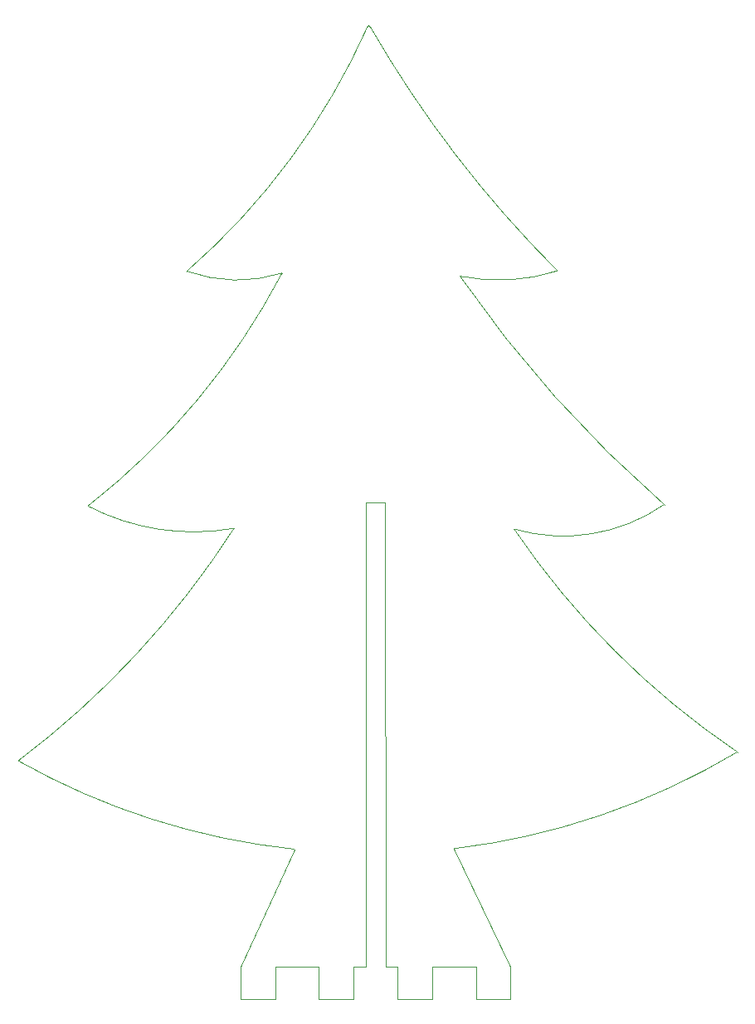
<source format=gbr>
%TF.GenerationSoftware,KiCad,Pcbnew,(5.1.6)-1*%
%TF.CreationDate,2021-10-19T11:47:46+02:00*%
%TF.ProjectId,_autosave-BaumOben,5f617574-6f73-4617-9665-2d4261756d4f,rev?*%
%TF.SameCoordinates,Original*%
%TF.FileFunction,Profile,NP*%
%FSLAX46Y46*%
G04 Gerber Fmt 4.6, Leading zero omitted, Abs format (unit mm)*
G04 Created by KiCad (PCBNEW (5.1.6)-1) date 2021-10-19 11:47:46*
%MOMM*%
%LPD*%
G01*
G04 APERTURE LIST*
%TA.AperFunction,Profile*%
%ADD10C,0.050000*%
%TD*%
G04 APERTURE END LIST*
D10*
X99949000Y-50609500D02*
X100139501Y-50863499D01*
X99857478Y-50801325D02*
X99949000Y-50609500D01*
X137569290Y-124774417D02*
X137550390Y-124742792D01*
X130117363Y-99543399D02*
X130117040Y-99542932D01*
X130117363Y-99543399D02*
X130117040Y-99542932D01*
X86224748Y-101961790D02*
X86223886Y-101956959D01*
X81407000Y-75755500D02*
X81407001Y-75755499D01*
X81407001Y-75755499D02*
X81407000Y-75755500D01*
X91110269Y-75953228D02*
X91112509Y-75960315D01*
X98425000Y-146685000D02*
X99695000Y-146685000D01*
X98425000Y-149987000D02*
X98425000Y-146685000D01*
X94869000Y-149987000D02*
X98425000Y-149987000D01*
X94869000Y-146685000D02*
X94869000Y-149987000D01*
X90424000Y-146685000D02*
X94869000Y-146685000D01*
X90424000Y-149987000D02*
X90424000Y-146685000D01*
X86868000Y-149987000D02*
X90424000Y-149987000D01*
X86868000Y-146685000D02*
X86868000Y-149987000D01*
X108648499Y-134619999D02*
X114427000Y-146685000D01*
X92392930Y-134679435D02*
X86868000Y-146685000D01*
X101663500Y-99314000D02*
X99695000Y-99314000D01*
X101727000Y-146685000D02*
X101663500Y-99314000D01*
X99695000Y-146685000D02*
X99695000Y-99314000D01*
X102933500Y-146685000D02*
X101727000Y-146685000D01*
X137569290Y-124774417D02*
G75*
G02*
X108648499Y-134619999I-37493290J62734917D01*
G01*
X92392930Y-134679435D02*
G75*
G02*
X64198502Y-125666498I7683070J72639935D01*
G01*
X106426000Y-146685000D02*
X110934500Y-146685000D01*
X102933500Y-149987000D02*
X102933500Y-146685000D01*
X106426000Y-149987000D02*
X102933500Y-149987000D01*
X106426000Y-146685000D02*
X106426000Y-149987000D01*
X110934500Y-149987000D02*
X110934500Y-146685000D01*
X114427000Y-149987000D02*
X110934500Y-149987000D01*
X114427000Y-146685000D02*
X114427000Y-149987000D01*
X99857477Y-50801325D02*
G75*
G02*
X81407000Y-75755498I-65694477J29274825D01*
G01*
X91110269Y-75953228D02*
G75*
G02*
X81407001Y-75755499I-4559769J14421728D01*
G01*
X91112508Y-75960315D02*
G75*
G02*
X71310500Y-99694998I-65014008J34113815D01*
G01*
X86224748Y-101961790D02*
G75*
G02*
X71310501Y-99694999I-4119248J23094790D01*
G01*
X86223886Y-101956959D02*
G75*
G02*
X64198500Y-125666498I-77270386J49696459D01*
G01*
X137550390Y-124742792D02*
G75*
G02*
X114808002Y-102044498I47488610J70323292D01*
G01*
X130117363Y-99543399D02*
G75*
G02*
X114808001Y-102044499I-10292863J14897899D01*
G01*
X130117041Y-99542932D02*
G75*
G02*
X109283502Y-76263498I83052459J95288432D01*
G01*
X119230756Y-75714291D02*
G75*
G02*
X109283501Y-76263499I-6010256J18500791D01*
G01*
X119230666Y-75714018D02*
G75*
G02*
X100139501Y-50863499I84159834J84413518D01*
G01*
M02*

</source>
